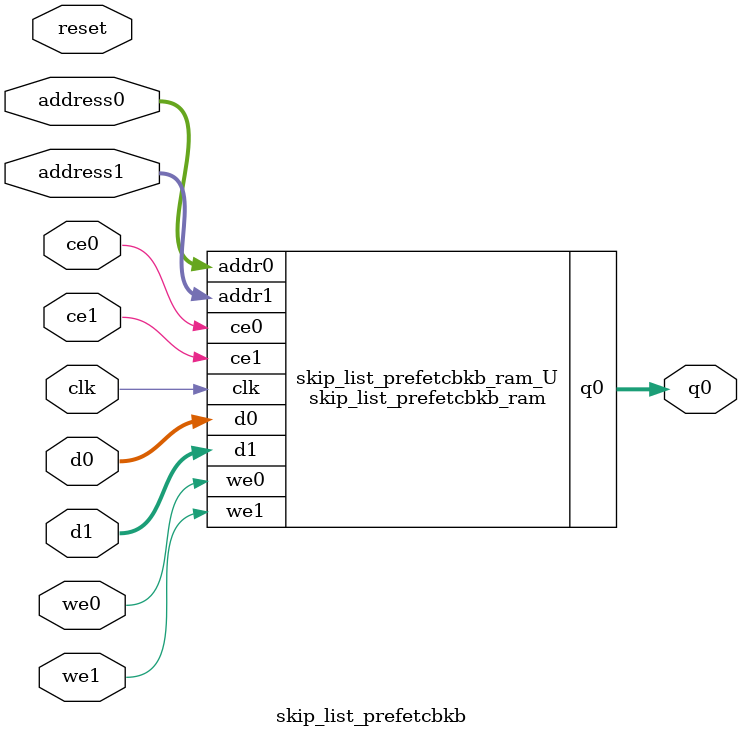
<source format=v>

`timescale 1 ns / 1 ps
module skip_list_prefetcbkb_ram (addr0, ce0, d0, we0, q0, addr1, ce1, d1, we1,  clk);

parameter DWIDTH = 32;
parameter AWIDTH = 8;
parameter MEM_SIZE = 200;

input[AWIDTH-1:0] addr0;
input ce0;
input[DWIDTH-1:0] d0;
input we0;
output reg[DWIDTH-1:0] q0;
input[AWIDTH-1:0] addr1;
input ce1;
input[DWIDTH-1:0] d1;
input we1;
input clk;

(* ram_style = "block" *)reg [DWIDTH-1:0] ram[0:MEM_SIZE-1];




always @(posedge clk)  
begin 
    if (ce0) 
    begin
        if (we0) 
        begin 
            ram[addr0] <= d0; 
            q0 <= d0;
        end 
        else 
            q0 <= ram[addr0];
    end
end


always @(posedge clk)  
begin 
    if (ce1) 
    begin
        if (we1) 
        begin 
            ram[addr1] <= d1; 
        end 
    end
end


endmodule


`timescale 1 ns / 1 ps
module skip_list_prefetcbkb(
    reset,
    clk,
    address0,
    ce0,
    we0,
    d0,
    q0,
    address1,
    ce1,
    we1,
    d1);

parameter DataWidth = 32'd32;
parameter AddressRange = 32'd200;
parameter AddressWidth = 32'd8;
input reset;
input clk;
input[AddressWidth - 1:0] address0;
input ce0;
input we0;
input[DataWidth - 1:0] d0;
output[DataWidth - 1:0] q0;
input[AddressWidth - 1:0] address1;
input ce1;
input we1;
input[DataWidth - 1:0] d1;



skip_list_prefetcbkb_ram skip_list_prefetcbkb_ram_U(
    .clk( clk ),
    .addr0( address0 ),
    .ce0( ce0 ),
    .d0( d0 ),
    .we0( we0 ),
    .q0( q0 ),
    .addr1( address1 ),
    .ce1( ce1 ),
    .d1( d1 ),
    .we1( we1 ));

endmodule


</source>
